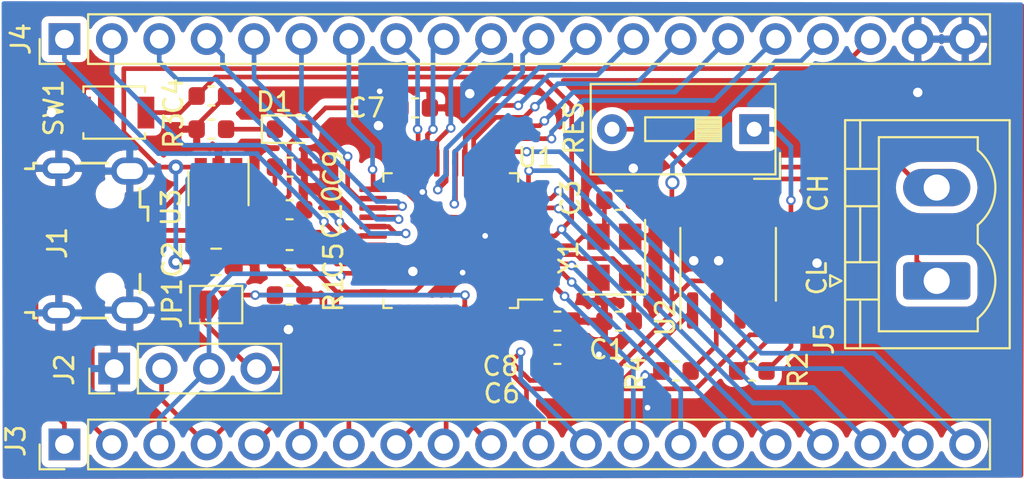
<source format=kicad_pcb>
(kicad_pcb (version 20171130) (host pcbnew 5.1.4+dfsg1-2)
  (layers (0 F.Cu signal) (31 B.Cu signal) (34 B.Paste user) (35 F.Paste user) (36 B.SilkS user) (37 F.SilkS user) (38 B.Mask user) (39 F.Mask user) (44 Edge.Cuts user))
  (net 0 "")
  (net 1 GND)
  (net 2 "Net-(C1-Pad1)")
  (net 3 +5V)
  (net 4 "Net-(C3-Pad1)")
  (net 5 /NRST)
  (net 6 +3V3)
  (net 7 "Net-(D1-Pad1)")
  (net 8 "Net-(J1-Pad4)")
  (net 9 /A12)
  (net 10 /A11)
  (net 11 /A13)
  (net 12 /A14)
  (net 13 /C15)
  (net 14 /C14)
  (net 15 /C13)
  (net 16 /A15)
  (net 17 /A10)
  (net 18 /A9)
  (net 19 /A8)
  (net 20 /A7)
  (net 21 /A6)
  (net 22 /A5)
  (net 23 /A4)
  (net 24 /A3)
  (net 25 /A2)
  (net 26 /A1)
  (net 27 /A0)
  (net 28 /B15)
  (net 29 /B14)
  (net 30 /B13)
  (net 31 /B12)
  (net 32 /B11)
  (net 33 /B10)
  (net 34 /B9)
  (net 35 /B8)
  (net 36 /B7)
  (net 37 /B6)
  (net 38 /B5)
  (net 39 /B4)
  (net 40 /B3)
  (net 41 /B2)
  (net 42 /B1)
  (net 43 /B0)
  (net 44 "Net-(J5-Pad2)")
  (net 45 "Net-(J5-Pad1)")
  (net 46 /BOOT0)
  (net 47 "Net-(R2-Pad2)")
  (net 48 "Net-(R4-Pad1)")
  (net 49 "Net-(U2-Pad5)")
  (net 50 "Net-(U3-Pad4)")
  (module Connector_PinHeader_2.54mm:PinHeader_1x20_P2.54mm_Vertical (layer F.Cu) (at 22.479 43.815 90)
    (fp_text reference J4 (at 0 -2.33 90) (layer F.SilkS))
    (fp_text value connect)
    (pad 20 thru_hole oval (at 0 48.26 90) (size 1.7 1.7) (drill 1) (layers *.Cu *.Mask) (net 1 GND))
    (pad 19 thru_hole oval (at 0 45.72 90) (size 1.7 1.7) (drill 1) (layers *.Cu *.Mask) (net 1 GND))
    (pad 18 thru_hole oval (at 0 43.18 90) (size 1.7 1.7) (drill 1) (layers *.Cu *.Mask) (net 3 +5V))
    (pad 17 thru_hole oval (at 0 40.64 90) (size 1.7 1.7) (drill 1) (layers *.Cu *.Mask) (net 6 +3V3))
    (pad 16 thru_hole oval (at 0 38.1 90) (size 1.7 1.7) (drill 1) (layers *.Cu *.Mask) (net 23 /A4))
    (pad 15 thru_hole oval (at 0 35.56 90) (size 1.7 1.7) (drill 1) (layers *.Cu *.Mask) (net 22 /A5))
    (pad 14 thru_hole oval (at 0 33.02 90) (size 1.7 1.7) (drill 1) (layers *.Cu *.Mask) (net 21 /A6))
    (pad 13 thru_hole oval (at 0 30.48 90) (size 1.7 1.7) (drill 1) (layers *.Cu *.Mask) (net 20 /A7))
    (pad 12 thru_hole oval (at 0 27.94 90) (size 1.7 1.7) (drill 1) (layers *.Cu *.Mask) (net 43 /B0))
    (pad 11 thru_hole oval (at 0 25.4 90) (size 1.7 1.7) (drill 1) (layers *.Cu *.Mask) (net 42 /B1))
    (pad 10 thru_hole oval (at 0 22.86 90) (size 1.7 1.7) (drill 1) (layers *.Cu *.Mask) (net 41 /B2))
    (pad 9 thru_hole oval (at 0 20.32 90) (size 1.7 1.7) (drill 1) (layers *.Cu *.Mask) (net 33 /B10))
    (pad 8 thru_hole oval (at 0 17.78 90) (size 1.7 1.7) (drill 1) (layers *.Cu *.Mask) (net 32 /B11))
    (pad 7 thru_hole oval (at 0 15.24 90) (size 1.7 1.7) (drill 1) (layers *.Cu *.Mask) (net 31 /B12))
    (pad 6 thru_hole oval (at 0 12.7 90) (size 1.7 1.7) (drill 1) (layers *.Cu *.Mask) (net 30 /B13))
    (pad 5 thru_hole oval (at 0 10.16 90) (size 1.7 1.7) (drill 1) (layers *.Cu *.Mask) (net 29 /B14))
    (pad 4 thru_hole oval (at 0 7.62 90) (size 1.7 1.7) (drill 1) (layers *.Cu *.Mask) (net 28 /B15))
    (pad 3 thru_hole oval (at 0 5.08 90) (size 1.7 1.7) (drill 1) (layers *.Cu *.Mask) (net 19 /A8))
    (pad 2 thru_hole oval (at 0 2.54 90) (size 1.7 1.7) (drill 1) (layers *.Cu *.Mask) (net 18 /A9))
    (pad 1 thru_hole rect (at 0 0 90) (size 1.7 1.7) (drill 1) (layers *.Cu *.Mask) (net 17 /A10))
  )
  (module Connector_PinHeader_2.54mm:PinHeader_1x20_P2.54mm_Vertical (layer F.Cu) (at 22.479 65.532 90)
    (fp_text reference J3 (at 0.1905 -2.6035 90) (layer F.SilkS))
    (fp_text value connect)
    (pad 20 thru_hole oval (at 0 48.26 90) (size 1.7 1.7) (drill 1) (layers *.Cu *.Mask) (net 24 /A3))
    (pad 19 thru_hole oval (at 0 45.72 90) (size 1.7 1.7) (drill 1) (layers *.Cu *.Mask) (net 25 /A2))
    (pad 18 thru_hole oval (at 0 43.18 90) (size 1.7 1.7) (drill 1) (layers *.Cu *.Mask) (net 26 /A1))
    (pad 17 thru_hole oval (at 0 40.64 90) (size 1.7 1.7) (drill 1) (layers *.Cu *.Mask) (net 27 /A0))
    (pad 16 thru_hole oval (at 0 38.1 90) (size 1.7 1.7) (drill 1) (layers *.Cu *.Mask) (net 5 /NRST))
    (pad 15 thru_hole oval (at 0 35.56 90) (size 1.7 1.7) (drill 1) (layers *.Cu *.Mask) (net 13 /C15))
    (pad 14 thru_hole oval (at 0 33.02 90) (size 1.7 1.7) (drill 1) (layers *.Cu *.Mask) (net 14 /C14))
    (pad 13 thru_hole oval (at 0 30.48 90) (size 1.7 1.7) (drill 1) (layers *.Cu *.Mask) (net 15 /C13))
    (pad 12 thru_hole oval (at 0 27.94 90) (size 1.7 1.7) (drill 1) (layers *.Cu *.Mask) (net 34 /B9))
    (pad 11 thru_hole oval (at 0 25.4 90) (size 1.7 1.7) (drill 1) (layers *.Cu *.Mask) (net 35 /B8))
    (pad 10 thru_hole oval (at 0 22.86 90) (size 1.7 1.7) (drill 1) (layers *.Cu *.Mask) (net 36 /B7))
    (pad 9 thru_hole oval (at 0 20.32 90) (size 1.7 1.7) (drill 1) (layers *.Cu *.Mask) (net 37 /B6))
    (pad 8 thru_hole oval (at 0 17.78 90) (size 1.7 1.7) (drill 1) (layers *.Cu *.Mask) (net 38 /B5))
    (pad 7 thru_hole oval (at 0 15.24 90) (size 1.7 1.7) (drill 1) (layers *.Cu *.Mask) (net 39 /B4))
    (pad 6 thru_hole oval (at 0 12.7 90) (size 1.7 1.7) (drill 1) (layers *.Cu *.Mask) (net 40 /B3))
    (pad 5 thru_hole oval (at 0 10.16 90) (size 1.7 1.7) (drill 1) (layers *.Cu *.Mask) (net 16 /A15))
    (pad 4 thru_hole oval (at 0 7.62 90) (size 1.7 1.7) (drill 1) (layers *.Cu *.Mask) (net 12 /A14))
    (pad 3 thru_hole oval (at 0 5.08 90) (size 1.7 1.7) (drill 1) (layers *.Cu *.Mask) (net 11 /A13))
    (pad 2 thru_hole oval (at 0 2.54 90) (size 1.7 1.7) (drill 1) (layers *.Cu *.Mask) (net 9 /A12))
    (pad 1 thru_hole rect (at 0 0 90) (size 1.7 1.7) (drill 1) (layers *.Cu *.Mask) (net 10 /A11))
  )
  (module Capacitor_SMD:C_0603_1608Metric (layer F.Cu) (at 52.197 58.928 180)
    (fp_text reference C1 (at 0.635 -1.524) (layer F.SilkS))
    (fp_text value 22pf)
    (pad 2 smd roundrect (at 0.7875 0 180) (size 0.875 0.95) (layers F.Cu F.Paste F.Mask) (net 1 GND))
    (pad 1 smd roundrect (at -0.7875 0 180) (size 0.875 0.95) (layers F.Cu F.Paste F.Mask) (net 2 "Net-(C1-Pad1)"))
  )
  (module Crystal:Crystal_SMD_3225-4Pin_3.2x2.5mm (layer F.Cu) (at 51.943 55.499 90)
    (fp_text reference Y1 (at 0 -2.45 90) (layer F.SilkS))
    (fp_text value GND24)
    (pad 4 smd rect (at -1.1 -0.85 90) (size 1.4 1.2) (layers F.Cu F.Paste F.Mask) (net 1 GND))
    (pad 3 smd rect (at 1.1 -0.85 90) (size 1.4 1.2) (layers F.Cu F.Paste F.Mask) (net 4 "Net-(C3-Pad1)"))
    (pad 2 smd rect (at 1.1 0.85 90) (size 1.4 1.2) (layers F.Cu F.Paste F.Mask) (net 1 GND))
    (pad 1 smd rect (at -1.1 0.85 90) (size 1.4 1.2) (layers F.Cu F.Paste F.Mask) (net 2 "Net-(C1-Pad1)"))
  )
  (module Package_TO_SOT_SMD:SOT-23-5 (layer F.Cu) (at 30.734 51.816 270)
    (fp_text reference U3 (at 1.016 2.54 90) (layer F.SilkS))
    (fp_text value TLV70033_SOT23-5)
    (pad 5 smd rect (at 1.1 -0.95 270) (size 1.06 0.65) (layers F.Cu F.Paste F.Mask) (net 6 +3V3))
    (pad 4 smd rect (at 1.1 0.95 270) (size 1.06 0.65) (layers F.Cu F.Paste F.Mask) (net 50 "Net-(U3-Pad4)"))
    (pad 3 smd rect (at -1.1 0.95 270) (size 1.06 0.65) (layers F.Cu F.Paste F.Mask) (net 3 +5V))
    (pad 2 smd rect (at -1.1 0 270) (size 1.06 0.65) (layers F.Cu F.Paste F.Mask) (net 1 GND))
    (pad 1 smd rect (at -1.1 -0.95 270) (size 1.06 0.65) (layers F.Cu F.Paste F.Mask) (net 3 +5V))
  )
  (module Package_SO:SOIC-8_3.9x4.9mm_P1.27mm (layer F.Cu) (at 58.039 55.88 90)
    (fp_text reference U2 (at -2.8575 -3.3655 90) (layer F.SilkS))
    (fp_text value SN65HVD231)
    (pad 8 smd roundrect (at 2.475 -1.905 90) (size 1.95 0.6) (layers F.Cu F.Paste F.Mask) (net 1 GND))
    (pad 7 smd roundrect (at 2.475 -0.635 90) (size 1.95 0.6) (layers F.Cu F.Paste F.Mask) (net 44 "Net-(J5-Pad2)"))
    (pad 6 smd roundrect (at 2.475 0.635 90) (size 1.95 0.6) (layers F.Cu F.Paste F.Mask) (net 45 "Net-(J5-Pad1)"))
    (pad 5 smd roundrect (at 2.475 1.905 90) (size 1.95 0.6) (layers F.Cu F.Paste F.Mask) (net 49 "Net-(U2-Pad5)"))
    (pad 4 smd roundrect (at -2.475 1.905 90) (size 1.95 0.6) (layers F.Cu F.Paste F.Mask) (net 35 /B8))
    (pad 3 smd roundrect (at -2.475 0.635 90) (size 1.95 0.6) (layers F.Cu F.Paste F.Mask) (net 6 +3V3))
    (pad 2 smd roundrect (at -2.475 -0.635 90) (size 1.95 0.6) (layers F.Cu F.Paste F.Mask) (net 48 "Net-(R4-Pad1)"))
    (pad 1 smd roundrect (at -2.475 -1.905 90) (size 1.95 0.6) (layers F.Cu F.Paste F.Mask) (net 34 /B9))
  )
  (module Package_QFP:LQFP-48_7x7mm_P0.5mm (layer F.Cu) (at 43.18 54.61 180)
    (fp_text reference U1 (at -4.572 4.445) (layer F.SilkS))
    (fp_text value STM32F042C6Tx)
    (pad 48 smd roundrect (at -2.75 -4.1625 180) (size 0.3 1.475) (layers F.Cu F.Paste F.Mask) (net 6 +3V3))
    (pad 47 smd roundrect (at -2.25 -4.1625 180) (size 0.3 1.475) (layers F.Cu F.Paste F.Mask) (net 1 GND))
    (pad 46 smd roundrect (at -1.75 -4.1625 180) (size 0.3 1.475) (layers F.Cu F.Paste F.Mask) (net 34 /B9))
    (pad 45 smd roundrect (at -1.25 -4.1625 180) (size 0.3 1.475) (layers F.Cu F.Paste F.Mask) (net 35 /B8))
    (pad 44 smd roundrect (at -0.75 -4.1625 180) (size 0.3 1.475) (layers F.Cu F.Paste F.Mask) (net 46 /BOOT0))
    (pad 43 smd roundrect (at -0.25 -4.1625 180) (size 0.3 1.475) (layers F.Cu F.Paste F.Mask) (net 36 /B7))
    (pad 42 smd roundrect (at 0.25 -4.1625 180) (size 0.3 1.475) (layers F.Cu F.Paste F.Mask) (net 37 /B6))
    (pad 41 smd roundrect (at 0.75 -4.1625 180) (size 0.3 1.475) (layers F.Cu F.Paste F.Mask) (net 38 /B5))
    (pad 40 smd roundrect (at 1.25 -4.1625 180) (size 0.3 1.475) (layers F.Cu F.Paste F.Mask) (net 39 /B4))
    (pad 39 smd roundrect (at 1.75 -4.1625 180) (size 0.3 1.475) (layers F.Cu F.Paste F.Mask) (net 40 /B3))
    (pad 38 smd roundrect (at 2.25 -4.1625 180) (size 0.3 1.475) (layers F.Cu F.Paste F.Mask) (net 16 /A15))
    (pad 37 smd roundrect (at 2.75 -4.1625 180) (size 0.3 1.475) (layers F.Cu F.Paste F.Mask) (net 12 /A14))
    (pad 36 smd roundrect (at 4.1625 -2.75 180) (size 1.475 0.3) (layers F.Cu F.Paste F.Mask) (net 6 +3V3))
    (pad 35 smd roundrect (at 4.1625 -2.25 180) (size 1.475 0.3) (layers F.Cu F.Paste F.Mask) (net 1 GND))
    (pad 34 smd roundrect (at 4.1625 -1.75 180) (size 1.475 0.3) (layers F.Cu F.Paste F.Mask) (net 11 /A13))
    (pad 33 smd roundrect (at 4.1625 -1.25 180) (size 1.475 0.3) (layers F.Cu F.Paste F.Mask) (net 9 /A12))
    (pad 32 smd roundrect (at 4.1625 -0.75 180) (size 1.475 0.3) (layers F.Cu F.Paste F.Mask) (net 10 /A11))
    (pad 31 smd roundrect (at 4.1625 -0.25 180) (size 1.475 0.3) (layers F.Cu F.Paste F.Mask) (net 17 /A10))
    (pad 30 smd roundrect (at 4.1625 0.25 180) (size 1.475 0.3) (layers F.Cu F.Paste F.Mask) (net 18 /A9))
    (pad 29 smd roundrect (at 4.1625 0.75 180) (size 1.475 0.3) (layers F.Cu F.Paste F.Mask) (net 19 /A8))
    (pad 28 smd roundrect (at 4.1625 1.25 180) (size 1.475 0.3) (layers F.Cu F.Paste F.Mask) (net 28 /B15))
    (pad 27 smd roundrect (at 4.1625 1.75 180) (size 1.475 0.3) (layers F.Cu F.Paste F.Mask) (net 29 /B14))
    (pad 26 smd roundrect (at 4.1625 2.25 180) (size 1.475 0.3) (layers F.Cu F.Paste F.Mask) (net 30 /B13))
    (pad 25 smd roundrect (at 4.1625 2.75 180) (size 1.475 0.3) (layers F.Cu F.Paste F.Mask) (net 31 /B12))
    (pad 24 smd roundrect (at 2.75 4.1625 180) (size 0.3 1.475) (layers F.Cu F.Paste F.Mask) (net 6 +3V3))
    (pad 23 smd roundrect (at 2.25 4.1625 180) (size 0.3 1.475) (layers F.Cu F.Paste F.Mask) (net 1 GND))
    (pad 22 smd roundrect (at 1.75 4.1625 180) (size 0.3 1.475) (layers F.Cu F.Paste F.Mask) (net 32 /B11))
    (pad 21 smd roundrect (at 1.25 4.1625 180) (size 0.3 1.475) (layers F.Cu F.Paste F.Mask) (net 33 /B10))
    (pad 20 smd roundrect (at 0.75 4.1625 180) (size 0.3 1.475) (layers F.Cu F.Paste F.Mask) (net 41 /B2))
    (pad 19 smd roundrect (at 0.25 4.1625 180) (size 0.3 1.475) (layers F.Cu F.Paste F.Mask) (net 42 /B1))
    (pad 18 smd roundrect (at -0.25 4.1625 180) (size 0.3 1.475) (layers F.Cu F.Paste F.Mask) (net 43 /B0))
    (pad 17 smd roundrect (at -0.75 4.1625 180) (size 0.3 1.475) (layers F.Cu F.Paste F.Mask) (net 20 /A7))
    (pad 16 smd roundrect (at -1.25 4.1625 180) (size 0.3 1.475) (layers F.Cu F.Paste F.Mask) (net 21 /A6))
    (pad 15 smd roundrect (at -1.75 4.1625 180) (size 0.3 1.475) (layers F.Cu F.Paste F.Mask) (net 22 /A5))
    (pad 14 smd roundrect (at -2.25 4.1625 180) (size 0.3 1.475) (layers F.Cu F.Paste F.Mask) (net 23 /A4))
    (pad 13 smd roundrect (at -2.75 4.1625 180) (size 0.3 1.475) (layers F.Cu F.Paste F.Mask) (net 24 /A3))
    (pad 12 smd roundrect (at -4.1625 2.75 180) (size 1.475 0.3) (layers F.Cu F.Paste F.Mask) (net 25 /A2))
    (pad 11 smd roundrect (at -4.1625 2.25 180) (size 1.475 0.3) (layers F.Cu F.Paste F.Mask) (net 26 /A1))
    (pad 10 smd roundrect (at -4.1625 1.75 180) (size 1.475 0.3) (layers F.Cu F.Paste F.Mask) (net 27 /A0))
    (pad 9 smd roundrect (at -4.1625 1.25 180) (size 1.475 0.3) (layers F.Cu F.Paste F.Mask) (net 6 +3V3))
    (pad 8 smd roundrect (at -4.1625 0.75 180) (size 1.475 0.3) (layers F.Cu F.Paste F.Mask) (net 1 GND))
    (pad 7 smd roundrect (at -4.1625 0.25 180) (size 1.475 0.3) (layers F.Cu F.Paste F.Mask) (net 5 /NRST))
    (pad 6 smd roundrect (at -4.1625 -0.25 180) (size 1.475 0.3) (layers F.Cu F.Paste F.Mask) (net 4 "Net-(C3-Pad1)"))
    (pad 5 smd roundrect (at -4.1625 -0.75 180) (size 1.475 0.3) (layers F.Cu F.Paste F.Mask) (net 2 "Net-(C1-Pad1)"))
    (pad 4 smd roundrect (at -4.1625 -1.25 180) (size 1.475 0.3) (layers F.Cu F.Paste F.Mask) (net 13 /C15))
    (pad 3 smd roundrect (at -4.1625 -1.75 180) (size 1.475 0.3) (layers F.Cu F.Paste F.Mask) (net 14 /C14))
    (pad 2 smd roundrect (at -4.1625 -2.25 180) (size 1.475 0.3) (layers F.Cu F.Paste F.Mask) (net 15 /C13))
    (pad 1 smd roundrect (at -4.1625 -2.75 180) (size 1.475 0.3) (layers F.Cu F.Paste F.Mask) (net 6 +3V3))
  )
  (module Button_Switch_THT:SW_DIP_SPSTx01_Slide_9.78x4.72mm_W7.62mm_P2.54mm (layer F.Cu) (at 59.436 48.641 180)
    (fp_text reference RES (at 9.652 0.0635 90) (layer F.SilkS))
    (fp_text value Term)
    (pad 2 thru_hole oval (at 7.62 0 180) (size 1.6 1.6) (drill 0.8) (layers *.Cu *.Mask) (net 44 "Net-(J5-Pad2)"))
    (pad 1 thru_hole rect (at 0 0 180) (size 1.6 1.6) (drill 0.8) (layers *.Cu *.Mask) (net 47 "Net-(R2-Pad2)"))
  )
  (module Button_Switch_SMD:SW_SPST_B3U-1000P (layer F.Cu) (at 25.146 47.752)
    (fp_text reference SW1 (at -3.2385 -0.254 90) (layer F.SilkS))
    (fp_text value reset)
    (pad 2 smd rect (at 1.7 0) (size 0.9 1.7) (layers F.Cu F.Paste F.Mask) (net 5 /NRST))
    (pad 1 smd rect (at -1.7 0) (size 0.9 1.7) (layers F.Cu F.Paste F.Mask) (net 1 GND))
  )
  (module Resistor_SMD:R_0603_1608Metric (layer F.Cu) (at 55.245 61.595 180)
    (fp_text reference R4 (at 2.159 -0.127 90) (layer F.SilkS))
    (fp_text value 0)
    (pad 2 smd roundrect (at 0.7875 0 180) (size 0.875 0.95) (layers F.Cu F.Paste F.Mask) (net 1 GND))
    (pad 1 smd roundrect (at -0.7875 0 180) (size 0.875 0.95) (layers F.Cu F.Paste F.Mask) (net 48 "Net-(R4-Pad1)"))
  )
  (module Resistor_SMD:R_0603_1608Metric (layer F.Cu) (at 30.353 48.641)
    (fp_text reference R3 (at -2.032 0.0635 90) (layer F.SilkS))
    (fp_text value 1k)
    (pad 2 smd roundrect (at 0.7875 0) (size 0.875 0.95) (layers F.Cu F.Paste F.Mask) (net 7 "Net-(D1-Pad1)"))
    (pad 1 smd roundrect (at -0.7875 0) (size 0.875 0.95) (layers F.Cu F.Paste F.Mask) (net 1 GND))
  )
  (module Resistor_SMD:R_0603_1608Metric (layer F.Cu) (at 59.309 61.595)
    (fp_text reference R2 (at 2.4765 -0.0635 90) (layer F.SilkS))
    (fp_text value 120)
    (pad 2 smd roundrect (at 0.7875 0) (size 0.875 0.95) (layers F.Cu F.Paste F.Mask) (net 47 "Net-(R2-Pad2)"))
    (pad 1 smd roundrect (at -0.7875 0) (size 0.875 0.95) (layers F.Cu F.Paste F.Mask) (net 45 "Net-(J5-Pad1)"))
  )
  (module Resistor_SMD:R_0603_1608Metric (layer F.Cu) (at 34.544 57.531)
    (fp_text reference R1 (at 2.3495 -0.0635 90) (layer F.SilkS))
    (fp_text value 10k)
    (pad 2 smd roundrect (at 0.7875 0) (size 0.875 0.95) (layers F.Cu F.Paste F.Mask) (net 1 GND))
    (pad 1 smd roundrect (at -0.7875 0) (size 0.875 0.95) (layers F.Cu F.Paste F.Mask) (net 46 /BOOT0))
  )
  (module Jumper:SolderJumper-2_P1.3mm_Open_TrianglePad1.0x1.5mm (layer F.Cu) (at 30.607 58.039)
    (fp_text reference JP1 (at -2.3495 -0.0635 90) (layer F.SilkS))
    (fp_text value bootmode)
    (pad 1 smd custom (at -0.725 0) (size 0.3 0.3) (layers F.Cu F.Mask) (net 6 +3V3) (options (clearance outline) (anchor rect)) (primitives (gr_poly (pts (xy -0.5 -0.75) (xy 0.5 -0.75) (xy 1 0) (xy 0.5 0.75) (xy -0.5 0.75)) (width 0))))
    (pad 2 smd custom (at 0.725 0) (size 0.3 0.3) (layers F.Cu F.Mask) (net 46 /BOOT0) (options (clearance outline) (anchor rect)) (primitives (gr_poly (pts (xy -0.65 -0.75) (xy 0.5 -0.75) (xy 0.5 0.75) (xy -0.65 0.75) (xy -0.15 0)) (width 0))))
  )
  (module Connector_Phoenix_MSTB:PhoenixContact_MSTBVA_2,5_2-G_1x02_P5.00mm_Vertical (layer F.Cu) (at 69.215 56.769 90)
    (fp_text reference J5 (at -3.1115 -6.0325 90) (layer F.SilkS))
    (fp_text value CANBUS)
    (pad 2 thru_hole oval (at 5 0 90) (size 2 3.6) (drill 1.4) (layers *.Cu *.Mask) (net 44 "Net-(J5-Pad2)"))
    (pad 1 thru_hole roundrect (at 0 0 90) (size 2 3.6) (drill 1.4) (layers *.Cu *.Mask) (roundrect_rratio 0.125) (net 45 "Net-(J5-Pad1)"))
  )
  (module Connector_PinHeader_2.54mm:PinHeader_1x04_P2.54mm_Vertical (layer F.Cu) (at 25.146 61.468 90)
    (fp_text reference J2 (at -0.0635 -2.667 90) (layer F.SilkS))
    (fp_text value DEBUG)
    (pad 4 thru_hole oval (at 0 7.62 90) (size 1.7 1.7) (drill 1) (layers *.Cu *.Mask) (net 6 +3V3))
    (pad 3 thru_hole oval (at 0 5.08 90) (size 1.7 1.7) (drill 1) (layers *.Cu *.Mask) (net 11 /A13))
    (pad 2 thru_hole oval (at 0 2.54 90) (size 1.7 1.7) (drill 1) (layers *.Cu *.Mask) (net 12 /A14))
    (pad 1 thru_hole rect (at 0 0 90) (size 1.7 1.7) (drill 1) (layers *.Cu *.Mask) (net 1 GND))
  )
  (module Connector_USB:USB_Micro-B_Wuerth_629105150521 (layer F.Cu) (at 24.13 54.61 270)
    (fp_text reference J1 (at 0.127 2.032 90) (layer F.SilkS))
    (fp_text value USB_B_Micro)
    (pad "" np_thru_hole oval (at 2.5 -0.8 270) (size 0.8 0.8) (drill 0.8) (layers *.Cu *.Mask))
    (pad "" np_thru_hole oval (at -2.5 -0.8 270) (size 0.8 0.8) (drill 0.8) (layers *.Cu *.Mask))
    (pad 6 thru_hole oval (at 3.875 1.95 270) (size 1.15 1.8) (drill oval 0.55 1.2) (layers *.Cu *.Mask) (net 1 GND))
    (pad 6 thru_hole oval (at -3.875 1.95 270) (size 1.15 1.8) (drill oval 0.55 1.2) (layers *.Cu *.Mask) (net 1 GND))
    (pad 6 thru_hole oval (at 3.725 -1.85 270) (size 1.45 2) (drill oval 0.85 1.4) (layers *.Cu *.Mask) (net 1 GND))
    (pad 6 thru_hole oval (at -3.725 -1.85 270) (size 1.45 2) (drill oval 0.85 1.4) (layers *.Cu *.Mask) (net 1 GND))
    (pad 5 smd rect (at 1.3 -1.9 270) (size 0.45 1.3) (layers F.Cu F.Paste F.Mask) (net 1 GND))
    (pad 4 smd rect (at 0.65 -1.9 270) (size 0.45 1.3) (layers F.Cu F.Paste F.Mask) (net 8 "Net-(J1-Pad4)"))
    (pad 3 smd rect (at 0 -1.9 270) (size 0.45 1.3) (layers F.Cu F.Paste F.Mask) (net 9 /A12))
    (pad 2 smd rect (at -0.65 -1.9 270) (size 0.45 1.3) (layers F.Cu F.Paste F.Mask) (net 10 /A11))
    (pad 1 smd rect (at -1.3 -1.9 270) (size 0.45 1.3) (layers F.Cu F.Paste F.Mask) (net 3 +5V))
  )
  (module LED_SMD:LED_0603_1608Metric (layer F.Cu) (at 34.544 48.641)
    (fp_text reference D1 (at -0.8255 -1.4605) (layer F.SilkS))
    (fp_text value power)
    (pad 2 smd roundrect (at 0.7875 0) (size 0.875 0.95) (layers F.Cu F.Paste F.Mask) (net 6 +3V3))
    (pad 1 smd roundrect (at -0.7875 0) (size 0.875 0.95) (layers F.Cu F.Paste F.Mask) (net 7 "Net-(D1-Pad1)"))
  )
  (module Capacitor_SMD:C_0603_1608Metric (layer F.Cu) (at 34.544 52.959)
    (fp_text reference C10 (at 2.286 0.127 90) (layer F.SilkS))
    (fp_text value C)
    (pad 2 smd roundrect (at 0.7875 0) (size 0.875 0.95) (layers F.Cu F.Paste F.Mask) (net 1 GND))
    (pad 1 smd roundrect (at -0.7875 0) (size 0.875 0.95) (layers F.Cu F.Paste F.Mask) (net 6 +3V3))
  )
  (module Capacitor_SMD:C_0603_1608Metric (layer F.Cu) (at 34.544 50.673)
    (fp_text reference C9 (at 2.3495 0.0635 270) (layer F.SilkS))
    (fp_text value C)
    (pad 2 smd roundrect (at 0.7875 0) (size 0.875 0.95) (layers F.Cu F.Paste F.Mask) (net 1 GND))
    (pad 1 smd roundrect (at -0.7875 0) (size 0.875 0.95) (layers F.Cu F.Paste F.Mask) (net 3 +5V))
  )
  (module Capacitor_SMD:C_0603_1608Metric (layer F.Cu) (at 48.895 58.928 180)
    (fp_text reference C8 (at 3.048 -2.413) (layer F.SilkS))
    (fp_text value 100nf)
    (pad 2 smd roundrect (at 0.7875 0 180) (size 0.875 0.95) (layers F.Cu F.Paste F.Mask) (net 6 +3V3))
    (pad 1 smd roundrect (at -0.7875 0 180) (size 0.875 0.95) (layers F.Cu F.Paste F.Mask) (net 1 GND))
  )
  (module Capacitor_SMD:C_0603_1608Metric (layer F.Cu) (at 41.275 47.498 180)
    (fp_text reference C7 (at 2.6035 0) (layer F.SilkS))
    (fp_text value 100nf)
    (pad 2 smd roundrect (at 0.7875 0 180) (size 0.875 0.95) (layers F.Cu F.Paste F.Mask) (net 6 +3V3))
    (pad 1 smd roundrect (at -0.7875 0 180) (size 0.875 0.95) (layers F.Cu F.Paste F.Mask) (net 1 GND))
  )
  (module Capacitor_SMD:C_0603_1608Metric (layer F.Cu) (at 48.895 60.706 180)
    (fp_text reference C6 (at 2.9845 -2.0955) (layer F.SilkS))
    (fp_text value 100nf)
    (pad 2 smd roundrect (at 0.7875 0 180) (size 0.875 0.95) (layers F.Cu F.Paste F.Mask) (net 6 +3V3))
    (pad 1 smd roundrect (at -0.7875 0 180) (size 0.875 0.95) (layers F.Cu F.Paste F.Mask) (net 1 GND))
  )
  (module Capacitor_SMD:C_0603_1608Metric (layer F.Cu) (at 34.544 55.626)
    (fp_text reference C5 (at 2.3495 0.0635 90) (layer F.SilkS))
    (fp_text value 100nf)
    (pad 2 smd roundrect (at 0.7875 0) (size 0.875 0.95) (layers F.Cu F.Paste F.Mask) (net 6 +3V3))
    (pad 1 smd roundrect (at -0.7875 0) (size 0.875 0.95) (layers F.Cu F.Paste F.Mask) (net 1 GND))
  )
  (module Capacitor_SMD:C_0603_1608Metric (layer F.Cu) (at 30.353 46.863)
    (fp_text reference C4 (at -2.032 0 90) (layer F.SilkS))
    (fp_text value 100nf)
    (pad 2 smd roundrect (at 0.7875 0) (size 0.875 0.95) (layers F.Cu F.Paste F.Mask) (net 1 GND))
    (pad 1 smd roundrect (at -0.7875 0) (size 0.875 0.95) (layers F.Cu F.Paste F.Mask) (net 5 /NRST))
  )
  (module Capacitor_SMD:C_0603_1608Metric (layer F.Cu) (at 52.197 52.451)
    (fp_text reference C3 (at -2.6035 -0.127 90) (layer F.SilkS))
    (fp_text value 22pf)
    (pad 2 smd roundrect (at 0.7875 0) (size 0.875 0.95) (layers F.Cu F.Paste F.Mask) (net 1 GND))
    (pad 1 smd roundrect (at -0.7875 0) (size 0.875 0.95) (layers F.Cu F.Paste F.Mask) (net 4 "Net-(C3-Pad1)"))
  )
  (module Capacitor_SMD:C_0805_2012Metric (layer F.Cu) (at 30.607 55.753)
    (fp_text reference C2 (at -2.3495 -0.127 90) (layer F.SilkS))
    (fp_text value 4.7uf)
    (pad 2 smd roundrect (at 0.9375 0) (size 0.975 1.4) (layers F.Cu F.Paste F.Mask) (net 1 GND))
    (pad 1 smd roundrect (at -0.9375 0) (size 0.975 1.4) (layers F.Cu F.Paste F.Mask) (net 3 +5V))
  )
  (gr_text CH (at 62.865 52.07 90) (layer F.SilkS) (effects (font (size 1 1))))
  (gr_text CL (at 62.8015 56.642 90) (layer F.SilkS) (effects (font (size 1 1))))
  (via (at 68.199 46.6725) (size 0.762) (drill 0.508) (layers F.Cu B.Cu) (net 1))
  (via (at 62.8015 55.8165) (size 0.762) (drill 0.508) (layers F.Cu B.Cu) (net 1))
  (via (at 44.196 46.736) (size 0.762) (drill 0.508) (layers F.Cu B.Cu) (net 1))
  (via (at 51.1175 60.706) (size 0.508) (drill 0.3048) (layers F.Cu B.Cu) (net 1))
  (via (at 34.4805 59.3725) (size 0.762) (drill 0.508) (layers F.Cu B.Cu) (net 1))
  (via (at 45.0215 54.356) (size 0.508) (drill 0.3048) (layers F.Cu B.Cu) (net 1))
  (via (at 43.815 56.3245) (size 0.508) (drill 0.3048) (layers F.Cu B.Cu) (net 1))
  (via (at 41.148 56.261) (size 0.762) (drill 0.508) (layers F.Cu B.Cu) (net 1))
  (via (at 41.656 52.0065) (size 0.508) (drill 0.3048) (layers F.Cu B.Cu) (net 1))
  (via (at 52.959 50.7365) (size 0.762) (drill 0.508) (layers F.Cu B.Cu) (net 1))
  (via (at 57.531 55.6895) (size 0.762) (drill 0.508) (layers F.Cu B.Cu) (net 1))
  (via (at 56.1975 55.6895) (size 0.762) (drill 0.508) (layers F.Cu B.Cu) (net 1))
  (via (at 42.2275 48.641) (size 0.508) (drill 0.3048) (layers F.Cu B.Cu) (net 33))
  (via (at 43.18 48.5775) (size 0.508) (drill 0.3048) (layers F.Cu B.Cu) (net 41))
  (via (at 42.4815 51.8795) (size 0.508) (drill 0.3048) (layers F.Cu B.Cu) (net 42))
  (via (at 46.7995 47.371) (size 0.508) (drill 0.3048) (layers F.Cu B.Cu) (net 20))
  (via (at 47.6885 47.4345) (size 0.508) (drill 0.3048) (layers F.Cu B.Cu) (net 21))
  (via (at 48.5775 49.149) (size 0.508) (drill 0.3048) (layers F.Cu B.Cu) (net 23))
  (via (at 48.9585 51.943) (size 0.508) (drill 0.3048) (layers F.Cu B.Cu) (net 26))
  (via (at 47.371 50.8635) (size 0.508) (drill 0.3048) (layers F.Cu B.Cu) (net 25))
  (via (at 48.9585 52.8955) (size 0.508) (drill 0.3048) (layers F.Cu B.Cu) (net 27))
  (via (at 49.657 55.9435) (size 0.508) (drill 0.3048) (layers F.Cu B.Cu) (net 13))
  (via (at 49.276 57.5945) (size 0.508) (drill 0.3048) (layers F.Cu B.Cu) (net 15))
  (via (at 49.657 56.8325) (size 0.508) (drill 0.3048) (layers F.Cu B.Cu) (net 14))
  (via (at 43.942 57.531) (size 0.508) (drill 0.3048) (layers F.Cu B.Cu) (net 46))
  (via (at 37.2745 56.515) (size 0.508) (drill 0.3048) (layers F.Cu B.Cu) (net 11))
  (via (at 40.386 53.467) (size 0.508) (drill 0.3048) (layers F.Cu B.Cu) (net 28))
  (via (at 37.6555 50.1015) (size 0.508) (drill 0.3048) (layers F.Cu B.Cu) (net 30))
  (via (at 40.5765 52.7685) (size 0.508) (drill 0.3048) (layers F.Cu B.Cu) (net 29))
  (via (at 38.989 50.8) (size 0.508) (drill 0.3048) (layers F.Cu B.Cu) (net 31))
  (segment (start 33.6295 55.753) (end 33.7565 55.626) (width 0.25) (layer F.Cu) (net 1))
  (segment (start 40.93 51.2805) (end 41.656 52.0065) (width 0.25) (layer F.Cu) (net 1))
  (segment (start 40.93 50.4475) (end 40.93 51.2805) (width 0.25) (layer F.Cu) (net 1))
  (segment (start 35.3315 57.201) (end 35.3315 57.531) (width 0.25) (layer F.Cu) (net 1))
  (segment (start 33.7565 55.626) (end 35.3315 57.201) (width 0.25) (layer F.Cu) (net 1))
  (segment (start 40.549 56.86) (end 41.148 56.261) (width 0.25) (layer F.Cu) (net 1))
  (segment (start 39.0175 56.86) (end 40.549 56.86) (width 0.25) (layer F.Cu) (net 1))
  (segment (start 45.43 58.7725) (end 45.43 58.4475) (width 0.25) (layer F.Cu) (net 1))
  (segment (start 45.40501 58.42251) (end 45.40501 57.59701) (width 0.25) (layer F.Cu) (net 1))
  (segment (start 45.43 58.4475) (end 45.40501 58.42251) (width 0.25) (layer F.Cu) (net 1))
  (segment (start 45.212 57.404) (end 45.1485 57.404) (width 0.25) (layer F.Cu) (net 1))
  (segment (start 45.40501 57.59701) (end 45.212 57.404) (width 0.25) (layer F.Cu) (net 1))
  (segment (start 47.3425 53.86) (end 46.1525 53.86) (width 0.25) (layer F.Cu) (net 1))
  (segment (start 45.6565 54.356) (end 45.0215 54.356) (width 0.25) (layer F.Cu) (net 1))
  (segment (start 46.1525 53.86) (end 45.6565 54.356) (width 0.25) (layer F.Cu) (net 1))
  (via (at 21.7805 47.752) (size 0.762) (drill 0.508) (layers F.Cu B.Cu) (net 1))
  (segment (start 29.5655 48.438) (end 31.1405 46.863) (width 0.25) (layer F.Cu) (net 1))
  (segment (start 29.5655 48.641) (end 29.5655 48.438) (width 0.25) (layer F.Cu) (net 1))
  (via (at 39.3065 48.4505) (size 0.762) (drill 0.508) (layers F.Cu B.Cu) (net 1))
  (via (at 53.721 63.5635) (size 0.508) (drill 0.3048) (layers F.Cu B.Cu) (net 1))
  (via (at 53.594 61.849) (size 0.508) (drill 0.3048) (layers F.Cu B.Cu) (net 1))
  (segment (start 54.2035 61.849) (end 54.4575 61.595) (width 0.25) (layer F.Cu) (net 1))
  (segment (start 53.594 61.849) (end 54.2035 61.849) (width 0.25) (layer F.Cu) (net 1))
  (via (at 39.37 46.609) (size 0.508) (drill 0.3048) (layers F.Cu B.Cu) (net 1))
  (segment (start 51.867999 55.573999) (end 52.793 56.499) (width 0.25) (layer F.Cu) (net 2))
  (segment (start 50.132409 55.573999) (end 51.867999 55.573999) (width 0.25) (layer F.Cu) (net 2))
  (segment (start 52.793 56.499) (end 52.793 56.599) (width 0.25) (layer F.Cu) (net 2))
  (segment (start 49.91841 55.36) (end 50.132409 55.573999) (width 0.25) (layer F.Cu) (net 2))
  (segment (start 47.3425 55.36) (end 49.91841 55.36) (width 0.25) (layer F.Cu) (net 2))
  (segment (start 52.9845 56.7905) (end 52.793 56.599) (width 0.25) (layer F.Cu) (net 2))
  (segment (start 52.9845 58.547) (end 52.9845 56.7905) (width 0.25) (layer F.Cu) (net 2))
  (segment (start 29.784 50.921) (end 29.784 50.716) (width 0.25) (layer F.Cu) (net 3))
  (segment (start 33.7565 51.5875) (end 33.7565 50.673) (width 0.25) (layer F.Cu) (net 3))
  (segment (start 33.528 51.816) (end 33.7565 51.5875) (width 0.25) (layer F.Cu) (net 3))
  (segment (start 31.684 51.75) (end 31.75 51.816) (width 0.25) (layer F.Cu) (net 3))
  (segment (start 31.684 50.716) (end 31.684 51.75) (width 0.25) (layer F.Cu) (net 3))
  (segment (start 31.75 51.816) (end 33.528 51.816) (width 0.25) (layer F.Cu) (net 3))
  (segment (start 29.113263 51.592263) (end 29.113 51.592) (width 0.25) (layer F.Cu) (net 3))
  (segment (start 27.395 53.31) (end 29.113 51.592) (width 0.25) (layer F.Cu) (net 3))
  (segment (start 29.113 51.592) (end 29.784 50.921) (width 0.25) (layer F.Cu) (net 3))
  (segment (start 31.75 51.816) (end 29.143526 51.816) (width 0.25) (layer F.Cu) (net 3))
  (segment (start 29.143526 51.816) (end 29.113263 51.785737) (width 0.25) (layer F.Cu) (net 3))
  (segment (start 29.113263 51.785737) (end 29.113263 51.592263) (width 0.25) (layer F.Cu) (net 3))
  (via (at 28.448 55.753) (size 0.8) (drill 0.4) (layers F.Cu B.Cu) (net 3))
  (segment (start 29.6695 55.753) (end 28.448 55.753) (width 0.25) (layer F.Cu) (net 3))
  (via (at 28.448 50.673) (size 0.8) (drill 0.4) (layers F.Cu B.Cu) (net 3))
  (segment (start 28.448 55.753) (end 28.448 50.673) (width 0.25) (layer B.Cu) (net 3))
  (segment (start 29.741 50.673) (end 29.784 50.716) (width 0.25) (layer F.Cu) (net 3))
  (segment (start 28.448 50.673) (end 29.741 50.673) (width 0.25) (layer F.Cu) (net 3))
  (segment (start 64.07701 45.39699) (end 25.65951 45.39699) (width 0.25) (layer F.Cu) (net 3))
  (segment (start 65.659 43.815) (end 64.07701 45.39699) (width 0.25) (layer F.Cu) (net 3))
  (segment (start 27.882315 50.673) (end 28.448 50.673) (width 0.25) (layer F.Cu) (net 3))
  (segment (start 27.527938 50.673) (end 27.882315 50.673) (width 0.25) (layer F.Cu) (net 3))
  (segment (start 25.65951 48.804572) (end 27.527938 50.673) (width 0.25) (layer F.Cu) (net 3))
  (segment (start 25.65951 45.39699) (end 25.65951 48.804572) (width 0.25) (layer F.Cu) (net 3))
  (segment (start 26.03 53.31) (end 27.395 53.31) (width 0.25) (layer F.Cu) (net 3))
  (segment (start 47.36749 54.88499) (end 47.3425 54.86) (width 0.25) (layer F.Cu) (net 4))
  (segment (start 49.75701 54.88499) (end 47.36749 54.88499) (width 0.25) (layer F.Cu) (net 4))
  (segment (start 51.093 54.399) (end 50.243 54.399) (width 0.25) (layer F.Cu) (net 4))
  (segment (start 50.243 54.399) (end 49.75701 54.88499) (width 0.25) (layer F.Cu) (net 4))
  (segment (start 51.4095 54.0825) (end 51.093 54.399) (width 0.25) (layer F.Cu) (net 4))
  (segment (start 51.4095 52.451) (end 51.4095 54.0825) (width 0.25) (layer F.Cu) (net 4))
  (segment (start 28.6765 47.752) (end 29.5655 46.863) (width 0.25) (layer F.Cu) (net 5))
  (segment (start 26.846 47.752) (end 28.6765 47.752) (width 0.25) (layer F.Cu) (net 5))
  (segment (start 30.5815 45.847) (end 48.133 45.847) (width 0.25) (layer F.Cu) (net 5))
  (segment (start 29.5655 46.863) (end 30.5815 45.847) (width 0.25) (layer F.Cu) (net 5))
  (segment (start 48.133 45.847) (end 49.657 47.371) (width 0.25) (layer F.Cu) (net 5))
  (segment (start 48.18 54.36) (end 47.3425 54.36) (width 0.25) (layer F.Cu) (net 5))
  (segment (start 48.764 54.36) (end 48.18 54.36) (width 0.25) (layer F.Cu) (net 5))
  (segment (start 49.657 53.467) (end 49.11725 54.00675) (width 0.25) (layer F.Cu) (net 5))
  (segment (start 49.657 47.371) (end 49.657 53.467) (width 0.25) (layer F.Cu) (net 5))
  (segment (start 60.579 65.532) (end 49.149 54.102) (width 0.25) (layer B.Cu) (net 5))
  (segment (start 49.11725 54.00675) (end 48.764 54.36) (width 0.25) (layer F.Cu) (net 5))
  (via (at 49.11725 54.00675) (size 0.508) (drill 0.3048) (layers F.Cu B.Cu) (net 5))
  (segment (start 33.7135 52.916) (end 33.7565 52.959) (width 0.25) (layer F.Cu) (net 6))
  (segment (start 31.684 52.916) (end 33.7135 52.916) (width 0.25) (layer F.Cu) (net 6))
  (segment (start 32.461 61.468) (end 32.766 61.468) (width 0.25) (layer F.Cu) (net 6))
  (segment (start 29.882 58.889) (end 32.461 61.468) (width 0.25) (layer F.Cu) (net 6))
  (segment (start 29.882 58.039) (end 29.882 58.889) (width 0.25) (layer F.Cu) (net 6))
  (segment (start 40.43 48.1305) (end 40.43 48.812) (width 0.25) (layer F.Cu) (net 6))
  (segment (start 40.43 48.812) (end 40.43 50.4475) (width 0.25) (layer F.Cu) (net 6))
  (segment (start 40.4875 48.073) (end 40.43 48.1305) (width 0.25) (layer F.Cu) (net 6))
  (segment (start 40.4875 47.498) (end 40.4875 48.073) (width 0.25) (layer F.Cu) (net 6))
  (segment (start 33.7565 52.959) (end 34.51901 52.19649) (width 0.25) (layer F.Cu) (net 6))
  (segment (start 34.51901 49.45349) (end 35.3315 48.641) (width 0.25) (layer F.Cu) (net 6))
  (segment (start 34.51901 52.19649) (end 34.51901 49.45349) (width 0.25) (layer F.Cu) (net 6))
  (segment (start 36.4745 47.498) (end 40.4875 47.498) (width 0.25) (layer F.Cu) (net 6))
  (segment (start 35.3315 48.641) (end 36.4745 47.498) (width 0.25) (layer F.Cu) (net 6))
  (segment (start 47.3425 57.36) (end 46.145 57.36) (width 0.25) (layer F.Cu) (net 6))
  (segment (start 45.93 57.575) (end 45.93 58.7725) (width 0.25) (layer F.Cu) (net 6))
  (segment (start 46.145 57.36) (end 45.93 57.575) (width 0.25) (layer F.Cu) (net 6))
  (segment (start 47.952 58.7725) (end 48.1075 58.928) (width 0.25) (layer F.Cu) (net 6))
  (segment (start 45.93 58.7725) (end 47.952 58.7725) (width 0.25) (layer F.Cu) (net 6))
  (segment (start 37.0655 57.36) (end 35.3315 55.626) (width 0.25) (layer F.Cu) (net 6))
  (segment (start 39.0175 57.36) (end 37.0655 57.36) (width 0.25) (layer F.Cu) (net 6))
  (segment (start 47.31751 53.38499) (end 47.3425 53.36) (width 0.25) (layer F.Cu) (net 6))
  (segment (start 40.43 50.4475) (end 40.43 51.285) (width 0.25) (layer F.Cu) (net 6))
  (segment (start 45.93 57.575) (end 45.93 56.785) (width 0.25) (layer F.Cu) (net 6))
  (segment (start 48.1075 59.7155) (end 48.1075 60.706) (width 0.25) (layer F.Cu) (net 6))
  (segment (start 48.1075 58.928) (end 48.1075 59.7155) (width 0.25) (layer F.Cu) (net 6))
  (segment (start 58.674 57.28) (end 58.674 58.355) (width 0.25) (layer F.Cu) (net 6))
  (segment (start 56.073232 56.769) (end 58.163 56.769) (width 0.25) (layer F.Cu) (net 6))
  (segment (start 48.1075 59.7155) (end 48.12001 59.72801) (width 0.25) (layer F.Cu) (net 6))
  (segment (start 55.024116 57.818116) (end 56.073232 56.769) (width 0.25) (layer F.Cu) (net 6))
  (segment (start 58.163 56.769) (end 58.674 57.28) (width 0.25) (layer F.Cu) (net 6))
  (segment (start 37.0655 59.312) (end 37.0655 57.36) (width 0.25) (layer F.Cu) (net 6))
  (segment (start 34.9095 61.468) (end 37.0655 59.312) (width 0.25) (layer F.Cu) (net 6))
  (segment (start 32.766 61.468) (end 34.9095 61.468) (width 0.25) (layer F.Cu) (net 6))
  (via (at 55.0545 51.4985) (size 0.762) (drill 0.508) (layers F.Cu B.Cu) (net 6))
  (segment (start 55.024116 57.818116) (end 55.024116 51.528884) (width 0.25) (layer F.Cu) (net 6))
  (segment (start 55.024116 51.528884) (end 55.0545 51.4985) (width 0.25) (layer F.Cu) (net 6))
  (segment (start 62.269001 44.664999) (end 63.119 43.815) (width 0.25) (layer B.Cu) (net 6))
  (segment (start 60.610499 44.990001) (end 61.943999 44.990001) (width 0.25) (layer B.Cu) (net 6))
  (segment (start 61.943999 44.990001) (end 62.269001 44.664999) (width 0.25) (layer B.Cu) (net 6))
  (segment (start 55.0545 50.546) (end 60.610499 44.990001) (width 0.25) (layer B.Cu) (net 6))
  (segment (start 55.0545 51.4985) (end 55.0545 50.546) (width 0.25) (layer B.Cu) (net 6))
  (segment (start 39.855 57.36) (end 39.0175 57.36) (width 0.25) (layer F.Cu) (net 6))
  (segment (start 41.2555 57.36) (end 39.855 57.36) (width 0.25) (layer F.Cu) (net 6))
  (segment (start 42.52999 56.08551) (end 41.2555 57.36) (width 0.25) (layer F.Cu) (net 6))
  (segment (start 40.43 51.637422) (end 40.43 51.285) (width 0.25) (layer F.Cu) (net 6))
  (segment (start 42.52999 53.67251) (end 42.465088 53.67251) (width 0.25) (layer F.Cu) (net 6))
  (segment (start 42.52999 53.67251) (end 42.52999 56.08551) (width 0.25) (layer F.Cu) (net 6))
  (segment (start 45.64248 56.785) (end 42.52999 53.67251) (width 0.25) (layer F.Cu) (net 6))
  (segment (start 45.93 56.785) (end 45.64248 56.785) (width 0.25) (layer F.Cu) (net 6))
  (segment (start 43.227789 53.355711) (end 42.148289 53.355711) (width 0.25) (layer F.Cu) (net 6))
  (segment (start 43.232078 53.36) (end 43.227789 53.355711) (width 0.25) (layer F.Cu) (net 6))
  (segment (start 47.3425 53.36) (end 43.232078 53.36) (width 0.25) (layer F.Cu) (net 6))
  (segment (start 42.465088 53.67251) (end 42.148289 53.355711) (width 0.25) (layer F.Cu) (net 6))
  (segment (start 42.148289 53.355711) (end 40.43 51.637422) (width 0.25) (layer F.Cu) (net 6))
  (segment (start 52.03199 61.50601) (end 55.024116 58.513884) (width 0.25) (layer F.Cu) (net 6))
  (segment (start 48.33251 61.50601) (end 52.03199 61.50601) (width 0.25) (layer F.Cu) (net 6))
  (segment (start 55.024116 58.513884) (end 55.024116 57.818116) (width 0.25) (layer F.Cu) (net 6))
  (segment (start 48.1075 61.281) (end 48.33251 61.50601) (width 0.25) (layer F.Cu) (net 6))
  (segment (start 48.1075 60.706) (end 48.1075 61.281) (width 0.25) (layer F.Cu) (net 6))
  (segment (start 33.7565 48.641) (end 31.1405 48.641) (width 0.25) (layer F.Cu) (net 7))
  (segment (start 35.814 54.61) (end 26.93 54.61) (width 0.25) (layer F.Cu) (net 9))
  (segment (start 39.0175 55.86) (end 37.064 55.86) (width 0.25) (layer F.Cu) (net 9))
  (segment (start 26.93 54.61) (end 26.03 54.61) (width 0.25) (layer F.Cu) (net 9))
  (segment (start 37.064 55.86) (end 35.814 54.61) (width 0.25) (layer F.Cu) (net 9))
  (segment (start 23.970999 55.769001) (end 23.970999 64.483999) (width 0.25) (layer F.Cu) (net 9))
  (segment (start 24.169001 64.682001) (end 25.019 65.532) (width 0.25) (layer F.Cu) (net 9))
  (segment (start 25.13 54.61) (end 23.970999 55.769001) (width 0.25) (layer F.Cu) (net 9))
  (segment (start 23.970999 64.483999) (end 24.169001 64.682001) (width 0.25) (layer F.Cu) (net 9))
  (segment (start 26.03 54.61) (end 25.13 54.61) (width 0.25) (layer F.Cu) (net 9))
  (segment (start 39.0175 55.36) (end 37.338 55.36) (width 0.25) (layer F.Cu) (net 10))
  (segment (start 26.03 53.96) (end 22.748 53.96) (width 0.25) (layer F.Cu) (net 10))
  (segment (start 22.479 64.432) (end 22.479 65.532) (width 0.25) (layer F.Cu) (net 10))
  (segment (start 20.95499 62.90799) (end 22.479 64.432) (width 0.25) (layer F.Cu) (net 10))
  (segment (start 20.95499 55.75301) (end 20.95499 62.90799) (width 0.25) (layer F.Cu) (net 10))
  (segment (start 22.748 53.96) (end 20.95499 55.75301) (width 0.25) (layer F.Cu) (net 10))
  (segment (start 25.030001 54.059999) (end 35.523509 54.059999) (width 0.25) (layer F.Cu) (net 10))
  (segment (start 26.03 53.96) (end 25.13 53.96) (width 0.25) (layer F.Cu) (net 10))
  (segment (start 25.13 53.96) (end 25.030001 54.059999) (width 0.25) (layer F.Cu) (net 10))
  (segment (start 36.13799 54.15999) (end 36.2645 54.2865) (width 0.25) (layer F.Cu) (net 10))
  (segment (start 35.523509 54.059999) (end 35.6235 54.15999) (width 0.25) (layer F.Cu) (net 10))
  (segment (start 37.338 55.36) (end 36.2645 54.2865) (width 0.25) (layer F.Cu) (net 10))
  (segment (start 35.6235 54.15999) (end 36.13799 54.15999) (width 0.25) (layer F.Cu) (net 10))
  (segment (start 27.559 64.135) (end 27.559 65.532) (width 0.25) (layer B.Cu) (net 11))
  (segment (start 30.226 61.468) (end 27.559 64.135) (width 0.25) (layer B.Cu) (net 11))
  (segment (start 37.4295 56.36) (end 39.0175 56.36) (width 0.25) (layer F.Cu) (net 11))
  (segment (start 37.2745 56.515) (end 37.4295 56.36) (width 0.25) (layer F.Cu) (net 11))
  (segment (start 37.1475 56.388) (end 37.2745 56.515) (width 0.25) (layer B.Cu) (net 11))
  (segment (start 31.4325 56.388) (end 37.1475 56.388) (width 0.25) (layer B.Cu) (net 11))
  (segment (start 30.226 57.5945) (end 31.4325 56.388) (width 0.25) (layer B.Cu) (net 11))
  (segment (start 30.226 61.468) (end 30.226 57.5945) (width 0.25) (layer B.Cu) (net 11))
  (segment (start 30.099 65.532) (end 32.131 63.5) (width 0.25) (layer F.Cu) (net 12))
  (segment (start 32.131 63.5) (end 33.655 63.5) (width 0.25) (layer F.Cu) (net 12))
  (segment (start 27.686 63.119) (end 30.099 65.532) (width 0.25) (layer F.Cu) (net 12))
  (segment (start 27.686 61.468) (end 27.686 63.119) (width 0.25) (layer F.Cu) (net 12))
  (segment (start 38.945 60.0075) (end 37.1475 60.0075) (width 0.25) (layer F.Cu) (net 12))
  (segment (start 40.43 58.7725) (end 40.18 58.7725) (width 0.25) (layer F.Cu) (net 12))
  (segment (start 40.18 58.7725) (end 38.945 60.0075) (width 0.25) (layer F.Cu) (net 12))
  (segment (start 33.655 63.5) (end 37.1475 60.0075) (width 0.25) (layer F.Cu) (net 12))
  (segment (start 49.5735 55.86) (end 49.657 55.9435) (width 0.25) (layer F.Cu) (net 13))
  (segment (start 47.3425 55.86) (end 49.5735 55.86) (width 0.25) (layer F.Cu) (net 13))
  (segment (start 58.039 64.3255) (end 58.039 65.532) (width 0.25) (layer B.Cu) (net 13))
  (segment (start 49.657 55.9435) (end 58.039 64.3255) (width 0.25) (layer B.Cu) (net 13))
  (segment (start 49.1845 56.36) (end 49.657 56.8325) (width 0.25) (layer F.Cu) (net 14))
  (segment (start 47.3425 56.36) (end 49.1845 56.36) (width 0.25) (layer F.Cu) (net 14))
  (segment (start 55.499 62.6745) (end 55.499 65.532) (width 0.25) (layer B.Cu) (net 14))
  (segment (start 49.657 56.8325) (end 55.499 62.6745) (width 0.25) (layer B.Cu) (net 14))
  (segment (start 48.5415 56.86) (end 49.276 57.5945) (width 0.25) (layer F.Cu) (net 15))
  (segment (start 47.3425 56.86) (end 48.5415 56.86) (width 0.25) (layer F.Cu) (net 15))
  (segment (start 52.959 61.2775) (end 52.959 65.532) (width 0.25) (layer B.Cu) (net 15))
  (segment (start 49.276 57.5945) (end 52.959 61.2775) (width 0.25) (layer B.Cu) (net 15))
  (segment (start 39.8975 60.6425) (end 40.93 59.61) (width 0.25) (layer F.Cu) (net 16))
  (segment (start 32.639 65.532) (end 37.5285 60.6425) (width 0.25) (layer F.Cu) (net 16))
  (segment (start 40.93 59.61) (end 40.93 58.7725) (width 0.25) (layer F.Cu) (net 16))
  (segment (start 37.5285 60.6425) (end 39.8975 60.6425) (width 0.25) (layer F.Cu) (net 16))
  (segment (start 32.802999 49.947999) (end 27.511999 49.947999) (width 0.25) (layer B.Cu) (net 17))
  (segment (start 27.511999 49.947999) (end 22.479 44.915) (width 0.25) (layer B.Cu) (net 17))
  (segment (start 22.479 44.915) (end 22.479 43.815) (width 0.25) (layer B.Cu) (net 17))
  (via (at 36.3855 53.594) (size 0.508) (drill 0.3048) (layers F.Cu B.Cu) (net 17))
  (segment (start 37.6515 54.86) (end 36.3855 53.594) (width 0.25) (layer F.Cu) (net 17))
  (segment (start 39.0175 54.86) (end 37.6515 54.86) (width 0.25) (layer F.Cu) (net 17))
  (segment (start 32.802999 50.011499) (end 36.3855 53.594) (width 0.25) (layer B.Cu) (net 17))
  (segment (start 32.802999 49.947999) (end 32.802999 50.011499) (width 0.25) (layer B.Cu) (net 17))
  (segment (start 33.178489 49.497989) (end 28.860489 49.497989) (width 0.25) (layer B.Cu) (net 18))
  (segment (start 25.019 45.6565) (end 25.019 43.815) (width 0.25) (layer B.Cu) (net 18))
  (segment (start 28.860489 49.497989) (end 25.019 45.6565) (width 0.25) (layer B.Cu) (net 18))
  (segment (start 38.0405 54.36) (end 37.2785 53.598) (width 0.25) (layer F.Cu) (net 18))
  (segment (start 39.0175 54.36) (end 38.0405 54.36) (width 0.25) (layer F.Cu) (net 18))
  (via (at 37.211 53.594) (size 0.508) (drill 0.3048) (layers F.Cu B.Cu) (net 18))
  (segment (start 33.178489 49.561489) (end 37.211 53.594) (width 0.25) (layer B.Cu) (net 18))
  (segment (start 33.178489 49.497989) (end 33.178489 49.561489) (width 0.25) (layer B.Cu) (net 18))
  (via (at 40.767 54.229) (size 0.508) (drill 0.3048) (layers F.Cu B.Cu) (net 19))
  (segment (start 27.559 45.017081) (end 28.5115 45.969581) (width 0.25) (layer B.Cu) (net 19))
  (segment (start 27.559 43.815) (end 27.559 45.017081) (width 0.25) (layer B.Cu) (net 19))
  (segment (start 28.5115 45.969581) (end 30.602581 45.969581) (width 0.25) (layer B.Cu) (net 19))
  (segment (start 30.602581 45.969581) (end 37.2745 52.6415) (width 0.25) (layer B.Cu) (net 19))
  (segment (start 37.2745 52.6415) (end 38.51275 53.87975) (width 0.25) (layer B.Cu) (net 19))
  (segment (start 38.862 54.229) (end 38.51275 53.87975) (width 0.25) (layer B.Cu) (net 19))
  (segment (start 40.767 54.229) (end 38.862 54.229) (width 0.25) (layer B.Cu) (net 19))
  (segment (start 40.40779 54.229) (end 40.767 54.229) (width 0.25) (layer F.Cu) (net 19))
  (segment (start 40.224 54.229) (end 40.40779 54.229) (width 0.25) (layer F.Cu) (net 19))
  (segment (start 39.855 53.86) (end 40.224 54.229) (width 0.25) (layer F.Cu) (net 19))
  (segment (start 39.0175 53.86) (end 39.855 53.86) (width 0.25) (layer F.Cu) (net 19))
  (segment (start 52.109001 44.664999) (end 52.959 43.815) (width 0.25) (layer B.Cu) (net 20))
  (segment (start 51.023988 45.750012) (end 52.109001 44.664999) (width 0.25) (layer B.Cu) (net 20))
  (segment (start 43.95499 49.77101) (end 43.95499 49.00901) (width 0.25) (layer F.Cu) (net 20))
  (segment (start 43.93 50.4475) (end 43.93 49.796) (width 0.25) (layer F.Cu) (net 20))
  (segment (start 43.93 49.796) (end 43.95499 49.77101) (width 0.25) (layer F.Cu) (net 20))
  (segment (start 45.593 47.371) (end 46.7995 47.371) (width 0.25) (layer F.Cu) (net 20))
  (segment (start 43.95499 49.00901) (end 45.593 47.371) (width 0.25) (layer F.Cu) (net 20))
  (segment (start 48.420488 45.750012) (end 48.671012 45.750012) (width 0.25) (layer B.Cu) (net 20))
  (segment (start 46.7995 47.371) (end 48.420488 45.750012) (width 0.25) (layer B.Cu) (net 20))
  (segment (start 48.547488 45.750012) (end 48.671012 45.750012) (width 0.25) (layer B.Cu) (net 20))
  (segment (start 48.671012 45.750012) (end 51.023988 45.750012) (width 0.25) (layer B.Cu) (net 20))
  (segment (start 47.434501 47.688499) (end 47.6885 47.4345) (width 0.25) (layer F.Cu) (net 21))
  (segment (start 44.43 49.764) (end 44.405 49.739) (width 0.25) (layer F.Cu) (net 21))
  (segment (start 44.43 50.4475) (end 44.43 49.764) (width 0.25) (layer F.Cu) (net 21))
  (segment (start 44.405 49.739) (end 44.405 49.19541) (width 0.25) (layer F.Cu) (net 21))
  (segment (start 44.405 49.19541) (end 45.59441 48.006) (width 0.25) (layer F.Cu) (net 21))
  (segment (start 47.117 48.006) (end 47.434501 47.688499) (width 0.25) (layer F.Cu) (net 21))
  (segment (start 45.59441 48.006) (end 47.117 48.006) (width 0.25) (layer F.Cu) (net 21))
  (segment (start 54.649001 44.664999) (end 55.499 43.815) (width 0.25) (layer B.Cu) (net 21))
  (segment (start 53.113978 46.200022) (end 54.649001 44.664999) (width 0.25) (layer B.Cu) (net 21))
  (segment (start 48.922978 46.200022) (end 53.113978 46.200022) (width 0.25) (layer B.Cu) (net 21))
  (segment (start 47.6885 47.4345) (end 48.922978 46.200022) (width 0.25) (layer B.Cu) (net 21))
  (via (at 48.1965 48.1965) (size 0.508) (drill 0.3048) (layers F.Cu B.Cu) (net 22))
  (segment (start 47.93699 48.45601) (end 48.1965 48.1965) (width 0.25) (layer F.Cu) (net 22))
  (segment (start 45.78081 48.45601) (end 47.93699 48.45601) (width 0.25) (layer F.Cu) (net 22))
  (segment (start 44.93 50.4475) (end 44.93 49.30682) (width 0.25) (layer F.Cu) (net 22))
  (segment (start 44.93 49.30682) (end 45.78081 48.45601) (width 0.25) (layer F.Cu) (net 22))
  (segment (start 55.203968 46.650032) (end 57.189001 44.664999) (width 0.25) (layer B.Cu) (net 22))
  (segment (start 57.189001 44.664999) (end 58.039 43.815) (width 0.25) (layer B.Cu) (net 22))
  (segment (start 49.742968 46.650032) (end 55.203968 46.650032) (width 0.25) (layer B.Cu) (net 22))
  (segment (start 48.1965 48.1965) (end 49.742968 46.650032) (width 0.25) (layer B.Cu) (net 22))
  (segment (start 48.21829 49.149) (end 48.5775 49.149) (width 0.25) (layer F.Cu) (net 23))
  (segment (start 45.43 49.61) (end 45.891 49.149) (width 0.25) (layer F.Cu) (net 23))
  (segment (start 45.891 49.149) (end 48.21829 49.149) (width 0.25) (layer F.Cu) (net 23))
  (segment (start 45.43 50.4475) (end 45.43 49.61) (width 0.25) (layer F.Cu) (net 23))
  (segment (start 57.293958 47.100042) (end 59.729001 44.664999) (width 0.25) (layer B.Cu) (net 23))
  (segment (start 48.5775 48.78979) (end 50.267248 47.100042) (width 0.25) (layer B.Cu) (net 23))
  (segment (start 59.729001 44.664999) (end 60.579 43.815) (width 0.25) (layer B.Cu) (net 23))
  (segment (start 50.267248 47.100042) (end 57.293958 47.100042) (width 0.25) (layer B.Cu) (net 23))
  (segment (start 48.5775 49.149) (end 48.5775 48.78979) (width 0.25) (layer B.Cu) (net 23))
  (segment (start 70.739 65.532) (end 65.8495 60.6425) (width 0.25) (layer B.Cu) (net 24))
  (segment (start 65.8495 60.6425) (end 59.817 60.6425) (width 0.25) (layer B.Cu) (net 24))
  (segment (start 59.817 60.6425) (end 49.022 49.8475) (width 0.25) (layer B.Cu) (net 24))
  (segment (start 49.022 49.8475) (end 47.244 49.8475) (width 0.25) (layer B.Cu) (net 24))
  (segment (start 47.244 49.8475) (end 47.1805 49.8475) (width 0.25) (layer B.Cu) (net 24))
  (via (at 47.244 49.8475) (size 0.508) (drill 0.3048) (layers F.Cu B.Cu) (net 24))
  (segment (start 46.53 49.8475) (end 45.93 50.4475) (width 0.25) (layer F.Cu) (net 24))
  (segment (start 47.244 49.8475) (end 46.53 49.8475) (width 0.25) (layer F.Cu) (net 24))
  (segment (start 68.199 65.532) (end 64.135 61.468) (width 0.25) (layer B.Cu) (net 25))
  (segment (start 64.135 61.468) (end 59.563 61.468) (width 0.25) (layer B.Cu) (net 25))
  (segment (start 59.563 61.468) (end 48.9585 50.8635) (width 0.25) (layer B.Cu) (net 25))
  (segment (start 48.9585 50.8635) (end 47.3075 50.8635) (width 0.25) (layer B.Cu) (net 25))
  (segment (start 47.3425 50.892) (end 47.371 50.8635) (width 0.25) (layer F.Cu) (net 25))
  (segment (start 47.3425 51.86) (end 47.3425 50.892) (width 0.25) (layer F.Cu) (net 25))
  (segment (start 48.5415 52.36) (end 48.9585 51.943) (width 0.25) (layer F.Cu) (net 26))
  (segment (start 47.3425 52.36) (end 48.5415 52.36) (width 0.25) (layer F.Cu) (net 26))
  (segment (start 48.9585 51.943) (end 59.4995 62.484) (width 0.25) (layer B.Cu) (net 26))
  (segment (start 62.611 62.484) (end 65.659 65.532) (width 0.25) (layer B.Cu) (net 26))
  (segment (start 59.4995 62.484) (end 62.611 62.484) (width 0.25) (layer B.Cu) (net 26))
  (segment (start 48.923 52.86) (end 48.9585 52.8955) (width 0.25) (layer F.Cu) (net 27))
  (segment (start 47.3425 52.86) (end 48.923 52.86) (width 0.25) (layer F.Cu) (net 27))
  (segment (start 48.9585 52.8955) (end 59.3725 63.3095) (width 0.25) (layer B.Cu) (net 27))
  (segment (start 60.8965 63.3095) (end 63.119 65.532) (width 0.25) (layer B.Cu) (net 27))
  (segment (start 59.3725 63.3095) (end 60.8965 63.3095) (width 0.25) (layer B.Cu) (net 27))
  (segment (start 40.279 53.36) (end 40.386 53.467) (width 0.25) (layer F.Cu) (net 28))
  (segment (start 39.0175 53.36) (end 40.279 53.36) (width 0.25) (layer F.Cu) (net 28))
  (segment (start 30.948999 44.664999) (end 30.099 43.815) (width 0.25) (layer B.Cu) (net 28))
  (segment (start 39.211578 53.467) (end 30.948999 45.204421) (width 0.25) (layer B.Cu) (net 28))
  (segment (start 30.948999 45.204421) (end 30.948999 44.664999) (width 0.25) (layer B.Cu) (net 28))
  (segment (start 40.386 53.467) (end 39.211578 53.467) (width 0.25) (layer B.Cu) (net 28))
  (segment (start 40.485 52.86) (end 40.5765 52.7685) (width 0.25) (layer F.Cu) (net 29))
  (segment (start 39.0175 52.86) (end 40.485 52.86) (width 0.25) (layer F.Cu) (net 29))
  (segment (start 32.639 45.017081) (end 32.639 43.815) (width 0.25) (layer B.Cu) (net 29))
  (segment (start 32.639 45.941922) (end 32.639 45.017081) (width 0.25) (layer B.Cu) (net 29))
  (segment (start 39.211579 52.514501) (end 32.639 45.941922) (width 0.25) (layer B.Cu) (net 29))
  (segment (start 40.322501 52.514501) (end 39.211579 52.514501) (width 0.25) (layer B.Cu) (net 29))
  (segment (start 40.5765 52.7685) (end 40.322501 52.514501) (width 0.25) (layer B.Cu) (net 29))
  (segment (start 38.214298 52.36) (end 37.6555 51.801202) (width 0.25) (layer F.Cu) (net 30))
  (segment (start 39.0175 52.36) (end 38.214298 52.36) (width 0.25) (layer F.Cu) (net 30))
  (segment (start 37.6555 51.801202) (end 37.6555 51.1175) (width 0.25) (layer F.Cu) (net 30))
  (segment (start 37.6555 51.1175) (end 37.6555 50.1015) (width 0.25) (layer F.Cu) (net 30))
  (segment (start 35.179 47.625) (end 35.179 43.815) (width 0.25) (layer B.Cu) (net 30))
  (segment (start 37.6555 50.1015) (end 35.179 47.625) (width 0.25) (layer B.Cu) (net 30))
  (segment (start 39.0175 50.8285) (end 38.989 50.8) (width 0.25) (layer F.Cu) (net 31))
  (segment (start 39.0175 51.86) (end 39.0175 50.8285) (width 0.25) (layer F.Cu) (net 31))
  (segment (start 38.989 50.8) (end 38.989 49.5935) (width 0.25) (layer B.Cu) (net 31))
  (segment (start 37.719 48.3235) (end 37.719 43.815) (width 0.25) (layer B.Cu) (net 31))
  (segment (start 38.989 49.5935) (end 37.719 48.3235) (width 0.25) (layer B.Cu) (net 31))
  (via (at 41.402 48.641) (size 0.508) (drill 0.3048) (layers F.Cu B.Cu) (net 32))
  (segment (start 41.402 44.958) (end 40.259 43.815) (width 0.25) (layer B.Cu) (net 32))
  (segment (start 41.402 44.958) (end 41.402 48.641) (width 0.25) (layer B.Cu) (net 32))
  (segment (start 41.43 48.669) (end 41.402 48.641) (width 0.25) (layer F.Cu) (net 32))
  (segment (start 41.43 50.4475) (end 41.43 48.669) (width 0.25) (layer F.Cu) (net 32))
  (segment (start 42.418 44.196) (end 42.799 43.815) (width 0.25) (layer B.Cu) (net 33))
  (segment (start 41.93 48.9385) (end 42.2275 48.641) (width 0.25) (layer F.Cu) (net 33))
  (segment (start 41.93 50.4475) (end 41.93 48.9385) (width 0.25) (layer F.Cu) (net 33))
  (segment (start 42.2275 44.3865) (end 42.799 43.815) (width 0.25) (layer B.Cu) (net 33))
  (segment (start 42.2275 48.641) (end 42.2275 44.3865) (width 0.25) (layer B.Cu) (net 33))
  (via (at 46.9265 60.579) (size 0.508) (drill 0.3048) (layers F.Cu B.Cu) (net 34))
  (segment (start 44.93 58.7725) (end 44.93 59.61) (width 0.25) (layer F.Cu) (net 34))
  (segment (start 52.386 62.103) (end 56.134 58.355) (width 0.25) (layer F.Cu) (net 34))
  (segment (start 47.4345 62.103) (end 52.386 62.103) (width 0.25) (layer F.Cu) (net 34))
  (segment (start 47.089619 61.769619) (end 47.101119 61.769619) (width 0.25) (layer F.Cu) (net 34))
  (segment (start 47.101119 61.769619) (end 47.4345 62.103) (width 0.25) (layer F.Cu) (net 34))
  (segment (start 46.254 60.934) (end 46.5715 60.934) (width 0.25) (layer F.Cu) (net 34))
  (segment (start 46.5715 60.934) (end 46.9265 60.579) (width 0.25) (layer F.Cu) (net 34))
  (segment (start 46.254 60.934) (end 47.089619 61.769619) (width 0.25) (layer F.Cu) (net 34))
  (segment (start 44.93 59.61) (end 46.254 60.934) (width 0.25) (layer F.Cu) (net 34))
  (segment (start 46.9265 62.0395) (end 50.419 65.532) (width 0.25) (layer B.Cu) (net 34))
  (segment (start 46.9265 60.579) (end 46.9265 62.0395) (width 0.25) (layer B.Cu) (net 34))
  (segment (start 44.43 58.7725) (end 44.43 59.74641) (width 0.25) (layer F.Cu) (net 35))
  (segment (start 44.43 59.74641) (end 47.2366 62.55301) (width 0.25) (layer F.Cu) (net 35))
  (segment (start 59.944 59.43) (end 59.944 58.355) (width 0.25) (layer F.Cu) (net 35))
  (segment (start 47.2366 62.55301) (end 52.82649 62.55301) (width 0.25) (layer F.Cu) (net 35))
  (segment (start 47.2366 63.687519) (end 47.2366 62.55301) (width 0.25) (layer F.Cu) (net 35))
  (segment (start 47.879 64.329919) (end 47.2366 63.687519) (width 0.25) (layer F.Cu) (net 35))
  (segment (start 47.879 65.532) (end 47.879 64.329919) (width 0.25) (layer F.Cu) (net 35))
  (segment (start 56.318484 62.55301) (end 52.82649 62.55301) (width 0.25) (layer F.Cu) (net 35))
  (segment (start 59.71899 59.65501) (end 59.216484 59.65501) (width 0.25) (layer F.Cu) (net 35))
  (segment (start 59.216484 59.65501) (end 56.318484 62.55301) (width 0.25) (layer F.Cu) (net 35))
  (segment (start 59.944 59.43) (end 59.71899 59.65501) (width 0.25) (layer F.Cu) (net 35))
  (segment (start 43.43 63.623) (end 45.339 65.532) (width 0.25) (layer F.Cu) (net 36))
  (segment (start 43.43 58.7725) (end 43.43 63.623) (width 0.25) (layer F.Cu) (net 36))
  (segment (start 42.93 65.401) (end 42.799 65.532) (width 0.25) (layer F.Cu) (net 37))
  (segment (start 42.93 58.7725) (end 42.93 65.401) (width 0.25) (layer F.Cu) (net 37))
  (segment (start 42.43 63.361) (end 40.259 65.532) (width 0.25) (layer F.Cu) (net 38))
  (segment (start 42.43 58.7725) (end 42.43 63.361) (width 0.25) (layer F.Cu) (net 38))
  (segment (start 41.93 59.88282) (end 39.90032 61.9125) (width 0.25) (layer F.Cu) (net 39))
  (segment (start 41.93 58.7725) (end 41.93 59.88282) (width 0.25) (layer F.Cu) (net 39))
  (segment (start 39.90032 61.9125) (end 38.735 61.9125) (width 0.25) (layer F.Cu) (net 39))
  (segment (start 37.719 62.9285) (end 37.719 65.532) (width 0.25) (layer F.Cu) (net 39))
  (segment (start 38.735 61.9125) (end 37.719 62.9285) (width 0.25) (layer F.Cu) (net 39))
  (segment (start 39.89891 61.2775) (end 37.9095 61.2775) (width 0.25) (layer F.Cu) (net 40))
  (segment (start 35.179 64.008) (end 35.179 65.532) (width 0.25) (layer F.Cu) (net 40))
  (segment (start 41.43 58.7725) (end 41.43 59.74641) (width 0.25) (layer F.Cu) (net 40))
  (segment (start 37.9095 61.2775) (end 35.179 64.008) (width 0.25) (layer F.Cu) (net 40))
  (segment (start 41.43 59.74641) (end 39.89891 61.2775) (width 0.25) (layer F.Cu) (net 40))
  (segment (start 42.43 49.295422) (end 43.211422 48.514) (width 0.25) (layer F.Cu) (net 41))
  (segment (start 42.43 50.4475) (end 42.43 49.295422) (width 0.25) (layer F.Cu) (net 41))
  (segment (start 43.18 45.974) (end 43.18 48.5775) (width 0.25) (layer B.Cu) (net 41))
  (segment (start 45.339 43.815) (end 43.18 45.974) (width 0.25) (layer B.Cu) (net 41))
  (segment (start 47.029001 44.664999) (end 47.879 43.815) (width 0.25) (layer B.Cu) (net 42))
  (segment (start 47.029001 45.585421) (end 47.029001 44.664999) (width 0.25) (layer B.Cu) (net 42))
  (segment (start 42.926 49.688422) (end 47.029001 45.585421) (width 0.25) (layer B.Cu) (net 42))
  (segment (start 42.93 51.431) (end 42.4815 51.8795) (width 0.25) (layer F.Cu) (net 42))
  (segment (start 42.93 50.4475) (end 42.93 51.431) (width 0.25) (layer F.Cu) (net 42))
  (segment (start 42.926 51.07579) (end 42.926 49.688422) (width 0.25) (layer B.Cu) (net 42))
  (segment (start 42.4815 51.52029) (end 42.926 51.07579) (width 0.25) (layer B.Cu) (net 42))
  (segment (start 42.4815 51.8795) (end 42.4815 51.52029) (width 0.25) (layer B.Cu) (net 42))
  (via (at 43.3705 52.6415) (size 0.508) (drill 0.3048) (layers F.Cu B.Cu) (net 43))
  (segment (start 43.43 52.582) (end 43.3705 52.6415) (width 0.25) (layer F.Cu) (net 43))
  (segment (start 43.43 50.4475) (end 43.43 52.582) (width 0.25) (layer F.Cu) (net 43))
  (segment (start 43.3705 52.28229) (end 43.37601 52.27678) (width 0.25) (layer B.Cu) (net 43))
  (segment (start 43.3705 52.6415) (end 43.3705 52.28229) (width 0.25) (layer B.Cu) (net 43))
  (segment (start 43.37601 52.27678) (end 43.37601 50.48801) (width 0.25) (layer B.Cu) (net 43))
  (segment (start 43.37601 50.48801) (end 43.37601 50.318568) (width 0.25) (layer B.Cu) (net 43))
  (segment (start 49.569001 44.664999) (end 50.419 43.815) (width 0.25) (layer B.Cu) (net 43))
  (segment (start 43.37601 49.874822) (end 43.37601 50.48801) (width 0.25) (layer B.Cu) (net 43))
  (segment (start 47.95083 45.300002) (end 43.37601 49.874822) (width 0.25) (layer B.Cu) (net 43))
  (segment (start 50.419 43.815) (end 48.933998 45.300002) (width 0.25) (layer B.Cu) (net 43))
  (segment (start 48.933998 45.300002) (end 47.95083 45.300002) (width 0.25) (layer B.Cu) (net 43))
  (segment (start 68.415 51.769) (end 67.319 50.673) (width 0.25) (layer F.Cu) (net 44))
  (segment (start 69.215 51.769) (end 68.415 51.769) (width 0.25) (layer F.Cu) (net 44))
  (segment (start 57.404 52.33) (end 57.404 53.405) (width 0.25) (layer F.Cu) (net 44))
  (segment (start 59.061 50.673) (end 57.404 52.33) (width 0.25) (layer F.Cu) (net 44))
  (segment (start 67.319 50.673) (end 59.061 50.673) (width 0.25) (layer F.Cu) (net 44))
  (segment (start 55.747 50.673) (end 59.061 50.673) (width 0.25) (layer F.Cu) (net 44))
  (segment (start 53.715 48.641) (end 55.747 50.673) (width 0.25) (layer F.Cu) (net 44))
  (segment (start 51.816 48.641) (end 53.715 48.641) (width 0.25) (layer F.Cu) (net 44))
  (segment (start 68.14429 55.69829) (end 68.14429 54.30129) (width 0.25) (layer F.Cu) (net 45))
  (segment (start 69.215 56.769) (end 68.14429 55.69829) (width 0.25) (layer F.Cu) (net 45))
  (segment (start 68.14429 54.30129) (end 65.151 51.308) (width 0.25) (layer F.Cu) (net 45))
  (segment (start 59.696 51.308) (end 58.674 52.33) (width 0.25) (layer F.Cu) (net 45))
  (segment (start 58.674 52.33) (end 58.674 53.405) (width 0.25) (layer F.Cu) (net 45))
  (segment (start 65.151 51.308) (end 59.696 51.308) (width 0.25) (layer F.Cu) (net 45))
  (segment (start 58.674 54.48) (end 58.674 53.405) (width 0.25) (layer F.Cu) (net 45))
  (segment (start 60.95449 56.76049) (end 58.674 54.48) (width 0.25) (layer F.Cu) (net 45))
  (segment (start 60.95449 59.16201) (end 60.95449 56.76049) (width 0.25) (layer F.Cu) (net 45))
  (segment (start 58.5215 61.595) (end 60.95449 59.16201) (width 0.25) (layer F.Cu) (net 45))
  (segment (start 31.84 57.531) (end 31.332 58.039) (width 0.25) (layer F.Cu) (net 46))
  (segment (start 33.7565 57.531) (end 31.84 57.531) (width 0.25) (layer F.Cu) (net 46))
  (segment (start 43.93 58.7725) (end 43.93 57.6065) (width 0.25) (layer F.Cu) (net 46))
  (segment (start 43.942 57.531) (end 32.7025 57.531) (width 0.25) (layer B.Cu) (net 46))
  (segment (start 32.7025 57.531) (end 32.7025 57.531) (width 0.25) (layer B.Cu) (net 46))
  (via (at 32.7025 57.531) (size 0.508) (drill 0.3048) (layers F.Cu B.Cu) (net 46))
  (via (at 61.4045 52.451) (size 0.508) (drill 0.3048) (layers F.Cu B.Cu) (net 47))
  (segment (start 60.0965 61.595) (end 61.4045 60.287) (width 0.25) (layer F.Cu) (net 47))
  (segment (start 61.4045 60.287) (end 61.4045 52.451) (width 0.25) (layer F.Cu) (net 47))
  (segment (start 60.486 48.641) (end 59.436 48.641) (width 0.25) (layer B.Cu) (net 47))
  (segment (start 61.4045 52.451) (end 61.4045 49.5595) (width 0.25) (layer B.Cu) (net 47))
  (segment (start 61.4045 49.5595) (end 60.486 48.641) (width 0.25) (layer B.Cu) (net 47))
  (segment (start 57.404 60.2235) (end 57.404 58.355) (width 0.25) (layer F.Cu) (net 48))
  (segment (start 56.0325 61.595) (end 57.404 60.2235) (width 0.25) (layer F.Cu) (net 48))
  (zone (net 1) (net_name GND) (layer B.Cu) (connect_pads (clearance 0.381)) (min_thickness 0.254) (fill yes (arc_segments 32) (thermal_gap 0.381) (thermal_bridge_width 0.381))
    (polygon (pts (xy 19.05 41.783) (xy 73.8505 41.8465) (xy 73.787 67.31) (xy 19.177 67.3735) (xy 19.1135 41.8465)))
  )
  (zone (net 1) (net_name GND) (layer F.Cu) (connect_pads (clearance 0.381)) (min_thickness 0.254) (fill yes (arc_segments 32) (thermal_gap 0.381) (thermal_bridge_width 0.381))
    (polygon (pts (xy 19.304 41.8465) (xy 73.914 41.91) (xy 73.8505 67.31) (xy 19.177 67.3735) (xy 19.177 41.91)))
  )
)
</source>
